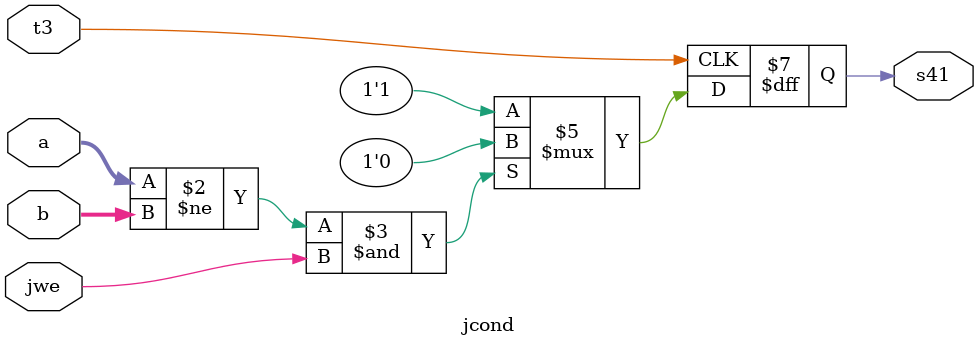
<source format=v>
`timescale 1ns / 1ps

module jcond(
    input t3,
    input jwe,
    input [31:0] a,
    input [31:0] b,
    output  reg s41
    );
	always @ (posedge t3)
	begin
        if (a!=b & jwe)
            s41=0;
        else
            s41=1;
    end
endmodule
</source>
